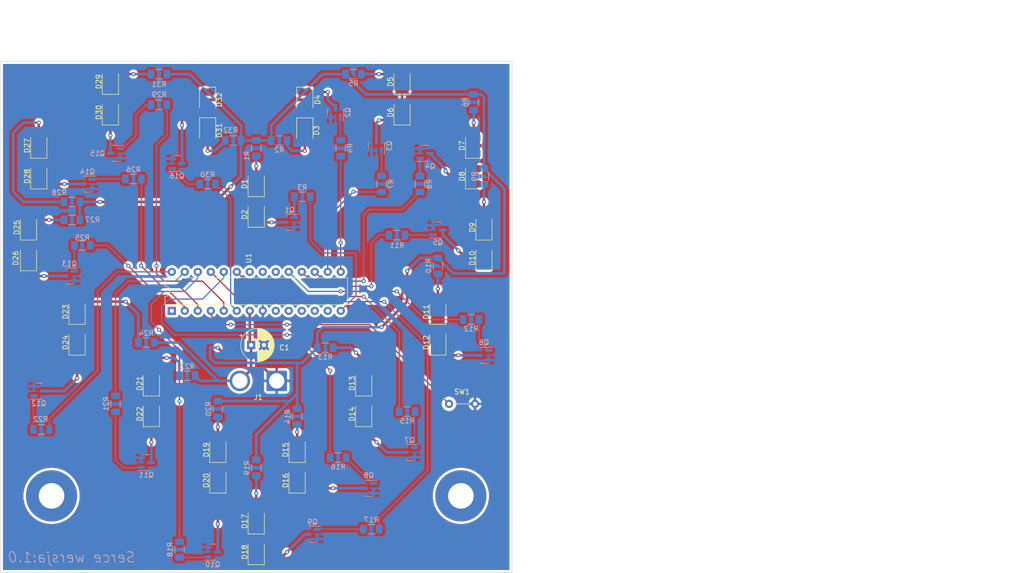
<source format=kicad_pcb>
(kicad_pcb (version 20211014) (generator pcbnew)
  (layers (0 "F.Cu" signal) (31 "B.Cu" signal) (34 "B.Paste" user) (35 "F.Paste" user) (36 "B.SilkS" user "B.Silkscreen") (37 "F.SilkS" user "F.Silkscreen") (38 "B.Mask" user) (39 "F.Mask" user) (44 "Edge.Cuts" user))
  (property "VERSION" "1.0")
  (net 0 "")
  (net 1 "Net-(D1-Pad1)")
  (net 2 "Net-(D1-Pad2)")
  (net 3 "Net-(D2-Pad1)")
  (net 4 "Net-(D3-Pad1)")
  (net 5 "Net-(D3-Pad2)")
  (net 6 "Net-(D4-Pad1)")
  (net 7 "Net-(D5-Pad1)")
  (net 8 "Net-(D5-Pad2)")
  (net 9 "Net-(D6-Pad1)")
  (net 10 "Net-(D7-Pad1)")
  (net 11 "Net-(D7-Pad2)")
  (net 12 "Net-(D8-Pad1)")
  (net 13 "Net-(D10-Pad2)")
  (net 14 "Net-(D9-Pad2)")
  (net 15 "Net-(D10-Pad1)")
  (net 16 "Net-(D11-Pad1)")
  (net 17 "Net-(D11-Pad2)")
  (net 18 "Net-(D12-Pad1)")
  (net 19 "Net-(D13-Pad1)")
  (net 20 "Net-(D13-Pad2)")
  (net 21 "Net-(D14-Pad1)")
  (net 22 "Net-(D15-Pad1)")
  (net 23 "Net-(D15-Pad2)")
  (net 24 "Net-(D16-Pad1)")
  (net 25 "Net-(D17-Pad1)")
  (net 26 "Net-(D17-Pad2)")
  (net 27 "Net-(D18-Pad1)")
  (net 28 "Net-(D19-Pad1)")
  (net 29 "Net-(D19-Pad2)")
  (net 30 "Net-(D20-Pad1)")
  (net 31 "Net-(D21-Pad1)")
  (net 32 "Net-(D21-Pad2)")
  (net 33 "Net-(D22-Pad1)")
  (net 34 "Net-(D23-Pad1)")
  (net 35 "Net-(D23-Pad2)")
  (net 36 "Net-(D24-Pad1)")
  (net 37 "Net-(D25-Pad1)")
  (net 38 "Net-(D25-Pad2)")
  (net 39 "Net-(D26-Pad1)")
  (net 40 "Net-(D27-Pad1)")
  (net 41 "Net-(D27-Pad2)")
  (net 42 "Net-(D28-Pad1)")
  (net 43 "Net-(D29-Pad1)")
  (net 44 "Net-(D29-Pad2)")
  (net 45 "Net-(D30-Pad1)")
  (net 46 "Net-(D31-Pad1)")
  (net 47 "Net-(D31-Pad2)")
  (net 48 "Net-(D32-Pad1)")
  (net 49 "+5V")
  (net 50 "GND")
  (net 51 "Net-(Q1-Pad1)")
  (net 52 "Net-(Q2-Pad1)")
  (net 53 "Net-(Q3-Pad1)")
  (net 54 "Net-(Q4-Pad1)")
  (net 55 "Net-(Q5-Pad1)")
  (net 56 "Net-(Q6-Pad1)")
  (net 57 "Net-(Q7-Pad1)")
  (net 58 "Net-(Q8-Pad1)")
  (net 59 "Net-(Q9-Pad1)")
  (net 60 "Net-(Q10-Pad1)")
  (net 61 "Net-(Q11-Pad1)")
  (net 62 "Net-(Q12-Pad1)")
  (net 63 "Net-(Q13-Pad1)")
  (net 64 "Net-(Q14-Pad1)")
  (net 65 "Net-(Q15-Pad1)")
  (net 66 "Net-(Q16-Pad1)")
  (net 67 "Net-(R3-Pad1)")
  (net 68 "Net-(R4-Pad1)")
  (net 69 "Net-(R7-Pad1)")
  (net 70 "Net-(R8-Pad1)")
  (net 71 "Net-(R11-Pad1)")
  (net 72 "Net-(R12-Pad1)")
  (net 73 "Net-(R15-Pad1)")
  (net 74 "Net-(R16-Pad1)")
  (net 75 "Net-(R17-Pad1)")
  (net 76 "Net-(R18-Pad1)")
  (net 77 "Net-(R21-Pad1)")
  (net 78 "Net-(R22-Pad1)")
  (net 79 "Net-(R25-Pad1)")
  (net 80 "Net-(R26-Pad1)")
  (net 81 "Net-(R29-Pad1)")
  (net 82 "Net-(R30-Pad1)")
  (net 83 "Net-(SW1-Pad1)")
  (footprint "Resistor_THT:R_Axial_DIN0207_L6.3mm_D2.5mm_P5.08mm_Vertical" (layer "F.Cu") (at 187.685 117)
    (fp_text reference "SW1")
    (fp_text value "SW_Push")
  )
  (footprint "LED_SMD:LED_1210_3225Metric_Pad1.42x2.65mm_HandSolder" (layer "F.Cu") (at 194.5 88.5 90)
    (fp_text reference "D10")
    (fp_text value "LED")
  )
  (footprint "LED_SMD:LED_1210_3225Metric_Pad1.42x2.65mm_HandSolder" (layer "F.Cu") (at 158 126 90)
    (fp_text reference "D15")
    (fp_text value "LED")
  )
  (footprint "LED_SMD:LED_1210_3225Metric_Pad1.42x2.65mm_HandSolder" (layer "F.Cu") (at 150 74 90)
    (fp_text reference "D1")
    (fp_text value "LED")
  )
  (footprint "Package_DIP:DIP-28_W7.62mm" (layer "F.Cu") (at 133.5 98.8 90)
    (fp_text reference "U1")
    (fp_text value "ATmega8A-P")
  )
  (footprint "LED_SMD:LED_1210_3225Metric_Pad1.42x2.65mm_HandSolder" (layer "F.Cu") (at 129.5 113 90)
    (fp_text reference "D21")
    (fp_text value "LED")
  )
  (footprint "LED_SMD:LED_1210_3225Metric_Pad1.42x2.65mm_HandSolder" (layer "F.Cu") (at 194.5 82.5 90)
    (fp_text reference "D9")
    (fp_text value "LED")
  )
  (footprint "LED_SMD:LED_1210_3225Metric_Pad1.42x2.65mm_HandSolder" (layer "F.Cu") (at 140.5 63.5 -90)
    (fp_text reference "D31")
    (fp_text value "LED")
  )
  (footprint "LED_SMD:LED_1210_3225Metric_Pad1.42x2.65mm_HandSolder" (layer "F.Cu") (at 107.5 66.5 90)
    (fp_text reference "D27")
    (fp_text value "LED")
  )
  (footprint "Connector_Wire:SolderWire-2.5sqmm_1x02_P7.2mm_D2.4mm_OD3.6mm" (layer "F.Cu") (at 154 112.5 180)
    (fp_text reference "J1")
    (fp_text value "Conn_01x02_Female")
  )
  (footprint "LED_SMD:LED_1210_3225Metric_Pad1.42x2.65mm_HandSolder" (layer "F.Cu") (at 142.5 126 90)
    (fp_text reference "D19")
    (fp_text value "LED")
  )
  (footprint "LED_SMD:LED_1210_3225Metric_Pad1.42x2.65mm_HandSolder" (layer "F.Cu") (at 159.5 63.5125 -90)
    (fp_text reference "D3")
    (fp_text value "LED")
  )
  (footprint "MountingHole:MountingHole_5mm_Pad" (layer "F.Cu") (at 190 135)
    (fp_text reference "REF**" hide)
    (fp_text value "MountingHole_5mm_Pad")
  )
  (footprint "LED_SMD:LED_1210_3225Metric_Pad1.42x2.65mm_HandSolder" (layer "F.Cu") (at 150 79.9875 90)
    (fp_text reference "D2")
    (fp_text value "LED")
  )
  (footprint "LED_SMD:LED_1210_3225Metric_Pad1.42x2.65mm_HandSolder" (layer "F.Cu") (at 115 99 90)
    (fp_text reference "D23")
    (fp_text value "LED")
  )
  (footprint "LED_SMD:LED_1210_3225Metric_Pad1.42x2.65mm_HandSolder" (layer "F.Cu") (at 142.5 132 90)
    (fp_text reference "D20")
    (fp_text value "LED")
  )
  (footprint "LED_SMD:LED_1210_3225Metric_Pad1.42x2.65mm_HandSolder" (layer "F.Cu") (at 185.5 99 90)
    (fp_text reference "D11")
    (fp_text value "LED")
  )
  (footprint "LED_SMD:LED_1210_3225Metric_Pad1.42x2.65mm_HandSolder" (layer "F.Cu") (at 105.5 88.5 90)
    (fp_text reference "D26")
    (fp_text value "LED")
  )
  (footprint "LED_SMD:LED_1210_3225Metric_Pad1.42x2.65mm_HandSolder" (layer "F.Cu") (at 107.5 72.5 90)
    (fp_text reference "D28")
    (fp_text value "LED")
  )
  (footprint "LED_SMD:LED_1210_3225Metric_Pad1.42x2.65mm_HandSolder" (layer "F.Cu") (at 105.5 82.5 90)
    (fp_text reference "D25")
    (fp_text value "LED")
  )
  (footprint "LED_SMD:LED_1210_3225Metric_Pad1.42x2.65mm_HandSolder" (layer "F.Cu") (at 140.5 57.5 -90)
    (fp_text reference "D32")
    (fp_text value "LED")
  )
  (footprint "LED_SMD:LED_1210_3225Metric_Pad1.42x2.65mm_HandSolder" (layer "F.Cu") (at 150 140 90)
    (fp_text reference "D17")
    (fp_text value "LED")
  )
  (footprint "LED_SMD:LED_1210_3225Metric_Pad1.42x2.65mm_HandSolder" (layer "F.Cu") (at 115 105 90)
    (fp_text reference "D24")
    (fp_text value "LED")
  )
  (footprint "LED_SMD:LED_1210_3225Metric_Pad1.42x2.65mm_HandSolder" (layer "F.Cu") (at 121.5 54 90)
    (fp_text reference "D29")
    (fp_text value "LED")
  )
  (footprint "LED_SMD:LED_1210_3225Metric_Pad1.42x2.65mm_HandSolder" (layer "F.Cu") (at 178.5 60 90)
    (fp_text reference "D6")
    (fp_text value "LED")
  )
  (footprint "LED_SMD:LED_1210_3225Metric_Pad1.42x2.65mm_HandSolder" (layer "F.Cu") (at 192.5 66.5 90)
    (fp_text reference "D7")
    (fp_text value "LED")
  )
  (footprint "LED_SMD:LED_1210_3225Metric_Pad1.42x2.65mm_HandSolder" (layer "F.Cu") (at 121.5 60 90)
    (fp_text reference "D30")
    (fp_text value "LED")
  )
  (footprint "LED_SMD:LED_1210_3225Metric_Pad1.42x2.65mm_HandSolder" (layer "F.Cu") (at 150 146 90)
    (fp_text reference "D18")
    (fp_text value "LED")
  )
  (footprint "MountingHole:MountingHole_5mm_Pad" (layer "F.Cu") (at 110 135)
    (fp_text reference "REF**" hide)
    (fp_text value "MountingHole_5mm_Pad")
  )
  (footprint "LED_SMD:LED_1210_3225Metric_Pad1.42x2.65mm_HandSolder" (layer "F.Cu") (at 129.5 119 90)
    (fp_text reference "D22")
    (fp_text value "LED")
  )
  (footprint "LED_SMD:LED_1210_3225Metric_Pad1.42x2.65mm_HandSolder" (layer "F.Cu") (at 171 119 90)
    (fp_text reference "D14")
    (fp_text value "LED")
  )
  (footprint "LED_SMD:LED_1210_3225Metric_Pad1.42x2.65mm_HandSolder" (layer "F.Cu") (at 192.5 72.5 90)
    (fp_text reference "D8")
    (fp_text value "LED")
  )
  (footprint "LED_SMD:LED_1210_3225Metric_Pad1.42x2.65mm_HandSolder" (layer "F.Cu") (at 185.5 105 90)
    (fp_text reference "D12")
    (fp_text value "LED")
  )
  (footprint "Capacitor_THT:CP_Radial_D6.3mm_P2.50mm" (layer "F.Cu") (at 149 105.5)
    (fp_text reference "C1")
    (fp_text value "220uF")
  )
  (footprint "LED_SMD:LED_1210_3225Metric_Pad1.42x2.65mm_HandSolder" (layer "F.Cu") (at 178.5 54 90)
    (fp_text reference "D5")
    (fp_text value "LED")
  )
  (footprint "LED_SMD:LED_1210_3225Metric_Pad1.42x2.65mm_HandSolder" (layer "F.Cu") (at 171 113 90)
    (fp_text reference "D13")
    (fp_text value "LED")
  )
  (footprint "LED_SMD:LED_1210_3225Metric_Pad1.42x2.65mm_HandSolder" (layer "F.Cu") (at 159.5 57.5 -90)
    (fp_text reference "D4")
    (fp_text value "LED")
  )
  (footprint "LED_SMD:LED_1210_3225Metric_Pad1.42x2.65mm_HandSolder" (layer "F.Cu") (at 158 132 90)
    (fp_text reference "D16")
    (fp_text value "LED")
  )
  (footprint "Resistor_SMD:R_1206_3216Metric_Pad1.30x1.75mm_HandSolder" (layer "B.Cu") (at 150 129.5 -90)
    (fp_text reference "R19")
    (fp_text value "47R")
  )
  (footprint "Resistor_SMD:R_1206_3216Metric_Pad1.30x1.75mm_HandSolder" (layer "B.Cu") (at 142.5 118 -90)
    (fp_text reference "R20")
    (fp_text value "47R")
  )
  (footprint "Resistor_SMD:R_1206_3216Metric_Pad1.30x1.75mm_HandSolder" (layer "B.Cu") (at 169 52.5)
    (fp_text reference "R5")
    (fp_text value "47R")
  )
  (footprint "Resistor_SMD:R_1206_3216Metric_Pad1.30x1.75mm_HandSolder" (layer "B.Cu") (at 192 100.5)
    (fp_text reference "R12")
    (fp_text value "100KR")
  )
  (footprint "Resistor_SMD:R_1206_3216Metric_Pad1.30x1.75mm_HandSolder" (layer "B.Cu") (at 136.5 111.5 180)
    (fp_text reference "R23")
    (fp_text value "47R")
  )
  (footprint "Package_TO_SOT_SMD:SOT-23" (layer "B.Cu") (at 172 133.5 180)
    (fp_text reference "Q8")
    (fp_text value "BC847")
  )
  (footprint "Package_TO_SOT_SMD:SOT-23" (layer "B.Cu") (at 113.5 92 180)
    (fp_text reference "Q13")
    (fp_text value "BC847")
  )
  (footprint "Resistor_SMD:R_1206_3216Metric_Pad1.30x1.75mm_HandSolder" (layer "B.Cu") (at 172.5 141.5 180)
    (fp_text reference "R17")
    (fp_text value "100KR")
  )
  (footprint "Resistor_SMD:R_1206_3216Metric_Pad1.30x1.75mm_HandSolder" (layer "B.Cu") (at 192.5 58 -90)
    (fp_text reference "R6")
    (fp_text value "47R")
  )
  (footprint "Resistor_SMD:R_1206_3216Metric_Pad1.30x1.75mm_HandSolder" (layer "B.Cu") (at 122.5 117 -90)
    (fp_text reference "R21")
    (fp_text value "100KR")
  )
  (footprint "Package_TO_SOT_SMD:SOT-23" (layer "B.Cu") (at 107.5 114.5)
    (fp_text reference "Q12")
    (fp_text value "BC847")
  )
  (footprint "Resistor_SMD:R_1206_3216Metric_Pad1.30x1.75mm_HandSolder" (layer "B.Cu") (at 166 127.5)
    (fp_text reference "R16")
    (fp_text value "100KR")
  )
  (footprint "Package_TO_SOT_SMD:SOT-23" (layer "B.Cu") (at 156.5 81.5 180)
    (fp_text reference "Q1")
    (fp_text value "BC847")
  )
  (footprint "Resistor_SMD:R_1206_3216Metric_Pad1.30x1.75mm_HandSolder" (layer "B.Cu") (at 158 119.5 -90)
    (fp_text reference "R14")
    (fp_text value "47R")
  )
  (footprint "Resistor_SMD:R_1206_3216Metric_Pad1.30x1.75mm_HandSolder" (layer "B.Cu") (at 131 52.5 180)
    (fp_text reference "R31")
    (fp_text value "47R")
  )
  (footprint "Resistor_SMD:R_1206_3216Metric_Pad1.30x1.75mm_HandSolder" (layer "B.Cu") (at 131 58.5 180)
    (fp_text reference "R29")
    (fp_text value "100KR")
  )
  (footprint "Package_TO_SOT_SMD:SOT-23" (layer "B.Cu") (at 122.5 68 180)
    (fp_text reference "Q15")
    (fp_text value "BC847")
  )
  (footprint "Resistor_SMD:R_1206_3216Metric_Pad1.30x1.75mm_HandSolder" (layer "B.Cu") (at 114 81 180)
    (fp_text reference "R27")
    (fp_text value "47R")
  )
  (footprint "Resistor_SMD:R_1206_3216Metric_Pad1.30x1.75mm_HandSolder" (layer "B.Cu") (at 108 122 180)
    (fp_text reference "R22")
    (fp_text value "100KR")
  )
  (footprint "Package_TO_SOT_SMD:SOT-23" (layer "B.Cu") (at 180 126.5 180)
    (fp_text reference "Q7")
    (fp_text value "BC847")
  )
  (footprint "Resistor_SMD:R_1206_3216Metric_Pad1.30x1.75mm_HandSolder" (layer "B.Cu") (at 159 76.5 180)
    (fp_text reference "R3")
    (fp_text value "100KR")
  )
  (footprint "Package_TO_SOT_SMD:SOT-23" (layer "B.Cu") (at 194.5 107.5 180)
    (fp_text reference "Q6")
    (fp_text value "BC847")
  )
  (footprint "Resistor_SMD:R_1206_3216Metric_Pad1.30x1.75mm_HandSolder" (layer "B.Cu") (at 135 145.5 -90)
    (fp_text reference "R18")
    (fp_text value "100KR")
  )
  (footprint "Resistor_SMD:R_1206_3216Metric_Pad1.30x1.75mm_HandSolder" (layer "B.Cu") (at 177.5 84)
    (fp_text reference "R11")
    (fp_text value "100KR")
  )
  (footprint "Package_TO_SOT_SMD:SOT-23" (layer "B.Cu") (at 141.5 146)
    (fp_text reference "Q10")
    (fp_text value "BC847")
  )
  (footprint "Resistor_SMD:R_1206_3216Metric_Pad1.30x1.75mm_HandSolder" (layer "B.Cu") (at 126 73 180)
    (fp_text reference "R26")
    (fp_text value "100KR")
  )
  (footprint "Package_TO_SOT_SMD:SOT-23" (layer "B.Cu") (at 165.5 60 90)
    (fp_text reference "Q2")
    (fp_text value "BC847")
  )
  (footprint "Resistor_SMD:R_1206_3216Metric_Pad1.30x1.75mm_HandSolder" (layer "B.Cu") (at 179.5 118.5)
    (fp_text reference "R15")
    (fp_text value "100KR")
  )
  (footprint "Package_TO_SOT_SMD:SOT-23" (layer "B.Cu") (at 185.5 83)
    (fp_text reference "Q5")
    (fp_text value "BC847")
  )
  (footprint "Resistor_SMD:R_1206_3216Metric_Pad1.30x1.75mm_HandSolder" (layer "B.Cu") (at 182 74 90)
    (fp_text reference "R8")
    (fp_text value "100KR")
  )
  (footprint "Resistor_SMD:R_1206_3216Metric_Pad1.30x1.75mm_HandSolder" (layer "B.Cu") (at 154.5 65.5)
    (fp_text reference "R2")
    (fp_text value "47R")
  )
  (footprint "Resistor_SMD:R_1206_3216Metric_Pad1.30x1.75mm_HandSolder" (layer "B.Cu") (at 194.5 72.5 -90)
    (fp_text reference "R9")
    (fp_text value "47R")
  )
  (footprint "Resistor_SMD:R_1206_3216Metric_Pad1.30x1.75mm_HandSolder" (layer "B.Cu") (at 128.5 105 180)
    (fp_text reference "R24")
    (fp_text value "47R")
  )
  (footprint "Resistor_SMD:R_1206_3216Metric_Pad1.30x1.75mm_HandSolder" (layer "B.Cu") (at 174.5 74 90)
    (fp_text reference "R7")
    (fp_text value "100KR")
  )
  (footprint "Resistor_SMD:R_1206_3216Metric_Pad1.30x1.75mm_HandSolder" (layer "B.Cu") (at 150 67 -90)
    (fp_text reference "R1")
    (fp_text value "47R")
  )
  (footprint "Resistor_SMD:R_1206_3216Metric_Pad1.30x1.75mm_HandSolder" (layer "B.Cu") (at 185.5 90 -90)
    (fp_text reference "R10")
    (fp_text value "47R")
  )
  (footprint "Resistor_SMD:R_1206_3216Metric_Pad1.30x1.75mm_HandSolder" (layer "B.Cu") (at 166.5 67 90)
    (fp_text reference "R4")
    (fp_text value "100KR")
  )
  (footprint "Package_TO_SOT_SMD:SOT-23" (layer "B.Cu") (at 117 74 180)
    (fp_text reference "Q14")
    (fp_text value "BC847")
  )
  (footprint "Package_TO_SOT_SMD:SOT-23" (layer "B.Cu") (at 173.5 66.5 90)
    (fp_text reference "Q3")
    (fp_text value "BC847")
  )
  (footprint "Resistor_SMD:R_1206_3216Metric_Pad1.30x1.75mm_HandSolder" (layer "B.Cu") (at 163.5 106)
    (fp_text reference "R13")
    (fp_text value "47R")
  )
  (footprint "Package_TO_SOT_SMD:SOT-23" (layer "B.Cu") (at 161 142.5 180)
    (fp_text reference "Q9")
    (fp_text value "BC847")
  )
  (footprint "Package_TO_SOT_SMD:SOT-23" (layer "B.Cu") (at 134.5 70)
    (fp_text reference "Q16")
    (fp_text value "BC847")
  )
  (footprint "Package_TO_SOT_SMD:SOT-23" (layer "B.Cu") (at 128.5 128.5)
    (fp_text reference "Q11")
    (fp_text value "BC847")
  )
  (footprint "Package_TO_SOT_SMD:SOT-23" (layer "B.Cu") (at 183 68)
    (fp_text reference "Q4")
    (fp_text value "BC847")
  )
  (footprint "Resistor_SMD:R_1206_3216Metric_Pad1.30x1.75mm_HandSolder" (layer "B.Cu") (at 140.5 74 180)
    (fp_text reference "R30")
    (fp_text value "100KR")
  )
  (footprint "Resistor_SMD:R_1206_3216Metric_Pad1.30x1.75mm_HandSolder" (layer "B.Cu") (at 116 86 180)
    (fp_text reference "R25")
    (fp_text value "100KR")
  )
  (footprint "Resistor_SMD:R_1206_3216Metric_Pad1.30x1.75mm_HandSolder" (layer "B.Cu") (at 145.5 65.5 180)
    (fp_text reference "R32")
    (fp_text value "47R")
  )
  (footprint "Resistor_SMD:R_1206_3216Metric_Pad1.30x1.75mm_HandSolder" (layer "B.Cu") (at 114 77.5 180)
    (fp_text reference "R28")
    (fp_text value "47R")
  )
  (gr_rect (start 100 50) (end 200 150) (layer "Edge.Cuts") (width 0.1) (fill none))
  (gr_text "Serce wersja:${VERSION}" (at 114 147) (layer "B.SilkS") (effects (font (size 2 2) (thickness 0.15) italic) (justify mirror)))
  (segment (start 150 75.4875) (end 150 78.5) (width 0.5) (layer "F.Cu") (net 1))
  (segment (start 150 70.5) (end 150 72.5125) (width 0.5) (layer "F.Cu") (net 2))
  (via (at 150 70.5) (size 0.8) (drill 0.4) (layers "F.Cu" "B.Cu") (net 2))
  (segment (start 150 68.55) (end 150 70.5) (width 0.5) (layer "B.Cu") (net 2))
  (segment (start 150.025 81.5) (end 150 81.475) (width 0.5) (layer "F.Cu") (net 3))
  (segment (start 153 81.5) (end 150.025 81.5) (width 0.5) (layer "F.Cu") (net 3))
  (via (at 153 81.5) (size 0.8) (drill 0.4) (layers "F.Cu" "B.Cu") (net 3))
  (segment (start 155.5625 81.5) (end 153 81.5) (width 0.5) (layer "B.Cu") (net 3))
  (segment (start 159.5 58.9875) (end 159.5 62.025) (width 0.5) (layer "F.Cu") (net 4))
  (segment (start 159.5 65) (end 159.5 67.5) (width 0.5) (layer "F.Cu") (net 5))
  (via (at 159.5 67.5) (size 0.8) (drill 0.4) (layers "F.Cu" "B.Cu") (net 5))
  (segment (start 156.05 66.55) (end 157 67.5) (width 0.5) (layer "B.Cu") (net 5))
  (segment (start 157 67.5) (end 159.5 67.5) (width 0.5) (layer "B.Cu") (net 5))
  (segment (start 156.05 65.5) (end 156.05 66.55) (width 0.5) (layer "B.Cu") (net 5))
  (segment (start 164 56) (end 159.5125 56) (width 0.5) (layer "F.Cu") (net 6))
  (segment (start 159.5125 56) (end 159.5 56.0125) (width 0.5) (layer "F.Cu") (net 6))
  (via (at 164 56) (size 0.8) (drill 0.4) (layers "F.Cu" "B.Cu") (net 6))
  (segment (start 165.5 59.0625) (end 164 57.5625) (width 0.5) (layer "B.Cu") (net 6))
  (segment (start 164 57.5625) (end 164 56) (width 0.5) (layer "B.Cu") (net 6))
  (segment (start 178.5 58.5125) (end 178.5 55.4875) (width 0.5) (layer "F.Cu") (net 7))
  (segment (start 178.4875 52.5) (end 178.5 52.5125) (width 0.5) (layer "F.Cu") (net 8))
  (segment (start 174 52.5) (end 178.4875 52.5) (width 0.5) (layer "F.Cu") (net 8))
  (via (at 174 52.5) (size 0.8) (drill 0.4) (layers "F.Cu" "B.Cu") (net 8))
  (segment (start 170.55 52.5) (end 174 52.5) (width 0.5) (layer "B.Cu") (net 8))
  (segment (start 178.4875 61.5) (end 178.5 61.4875) (width 0.5) (layer "F.Cu") (net 9))
  (segment (start 174 61.5) (end 178.4875 61.5) (width 0.5) (layer "F.Cu") (net 9))
  (via (at 174 61.5) (size 0.8) (drill 0.4) (layers "F.Cu" "B.Cu") (net 9))
  (segment (start 173.5 62) (end 174 61.5) (width 0.5) (layer "B.Cu") (net 9))
  (segment (start 173.5 65.5625) (end 173.5 62) (width 0.5) (layer "B.Cu") (net 9))
  (segment (start 192.5 71.0125) (end 192.5 67.9875) (width 0.5) (layer "F.Cu") (net 10))
  (segment (start 192.5 62) (end 192.5 65.0125) (width 0.5) (layer "F.Cu") (net 11))
  (via (at 192.5 62) (size 0.8) (drill 0.4) (layers "F.Cu" "B.Cu") (net 11))
  (segment (start 192.5 59.55) (end 192.5 62) (width 0.5) (layer "B.Cu") (net 11))
  (segment (start 187 71.5) (end 189.4875 73.9875) (width 0.5) (layer "F.Cu") (net 12))
  (segment (start 189.4875 73.9875) (end 192.5 73.9875) (width 0.5) (layer "F.Cu") (net 12))
  (via (at 187 71.5) (size 0.8) (drill 0.4) (layers "F.Cu" "B.Cu") (net 12))
  (segment (start 187 71.0625) (end 187 71.5) (width 0.5) (layer "B.Cu") (net 12))
  (segment (start 183.9375 68) (end 187 71.0625) (width 0.5) (layer "B.Cu") (net 12))
  (segment (start 194.5 87.0125) (end 194.5 83.9875) (width 0.5) (layer "F.Cu") (net 13))
  (segment (start 194.5 77.5) (end 194.5 81.0125) (width 0.5) (layer "F.Cu") (net 14))
  (via (at 194.5 77.5) (size 0.8) (drill 0.4) (layers "F.Cu" "B.Cu") (net 14))
  (segment (start 194.5 74.05) (end 194.5 77.5) (width 0.5) (layer "B.Cu") (net 14))
  (segment (start 189.5 87) (end 192.4875 89.9875) (width 0.5) (layer "F.Cu") (net 15))
  (segment (start 192.4875 89.9875) (end 194.5 89.9875) (width 0.5) (layer "F.Cu") (net 15))
  (via (at 189.5 87) (size 0.8) (drill 0.4) (layers "F.Cu" "B.Cu") (net 15))
  (segment (start 186.4375 83) (end 186.4375 83.9375) (width 0.5) (layer "B.Cu") (net 15))
  (segment (start 186.4375 83.9375) (end 189.5 87) (width 0.5) (layer "B.Cu") (net 15))
  (segment (start 185.5 100.4875) (end 185.5 103.5125) (width 0.5) (layer "F.Cu") (net 16))
  (segment (start 185.5 94.5) (end 185.5 97.5125) (width 0.5) (layer "F.Cu") (net 17))
  (via (at 185.5 94.5) (size 0.8) (drill 0.4) (layers "F.Cu" "B.Cu") (net 17))
  (segment (start 185.5 91.55) (end 185.5 94.5) (width 0.5) (layer "B.Cu") (net 17))
  (segment (start 189.5 107.5) (end 186.5125 107.5) (width 0.5) (layer "F.Cu") (net 18))
  (segment (start 186.5125 107.5) (end 185.5 106.4875) (width 0.5) (layer "F.Cu") (net 18))
  (via (at 189.5 107.5) (size 0.8) (drill 0.4) (layers "F.Cu" "B.Cu") (net 18))
  (segment (start 193.5625 107.5) (end 189.5 107.5) (width 0.5) (layer "B.Cu") (net 18))
  (segment (start 171 117.5125) (end 171 114.4875) (width 0.5) (layer "F.Cu") (net 19))
  (segment (start 169.5 107) (end 171 108.5) (width 0.5) (layer "F.Cu") (net 20))
  (segment (start 171 108.5) (end 171 111.5125) (width 0.5) (layer "F.Cu") (net 20))
  (via (at 169.5 107) (size 0.8) (drill 0.4) (layers "F.Cu" "B.Cu") (net 20))
  (segment (start 168.5 106) (end 169.5 107) (width 0.5) (layer "B.Cu") (net 20))
  (segment (start 165.05 106) (end 168.5 106) (width 0.5) (layer "B.Cu") (net 20))
  (segment (start 171 122) (end 171 120.4875) (width 0.5) (layer "F.Cu") (net 21))
  (segment (start 173.5 124.5) (end 171 122) (width 0.5) (layer "F.Cu") (net 21))
  (via (at 173.5 124.5) (size 0.8) (drill 0.4) (layers "F.Cu" "B.Cu") (net 21))
  (segment (start 175.5 126.5) (end 173.5 124.5) (width 0.5) (layer "B.Cu") (net 21))
  (segment (start 179.0625 126.5) (end 175.5 126.5) (width 0.5) (layer "B.Cu") (net 21))
  (segment (start 158 130.5125) (end 158 127.4875) (width 0.5) (layer "F.Cu") (net 22))
  (segment (start 158 122.5) (end 158 124.5125) (width 0.5) (layer "F.Cu") (net 23))
  (via (at 158 122.5) (size 0.8) (drill 0.4) (layers "F.Cu" "B.Cu") (net 23))
  (segment (start 158 120.55) (end 158 122.5) (width 0.5) (layer "B.Cu") (net 23))
  (segment (start 165 133.5) (end 158.0125 133.5) (width 0.5) (layer "F.Cu") (net 24))
  (segment (start 158.0125 133.5) (end 158 133.4875) (width 0.5) (layer "F.Cu") (net 24))
  (via (at 165 133.5) (size 0.8) (drill 0.4) (layers "F.Cu" "B.Cu") (net 24))
  (segment (start 171.0625 133.5) (end 165 133.5) (width 0.5) (layer "B.Cu") (net 24))
  (segment (start 150 144.5125) (end 150 141.4875) (width 0.5) (layer "F.Cu") (net 25))
  (segment (start 150 134.5) (end 150 138.5125) (width 0.5) (layer "F.Cu") (net 26))
  (via (at 150 134.5) (size 0.8) (drill 0.4) (layers "F.Cu" "B.Cu") (net 26))
  (segment (start 150 131.05) (end 150 134.5) (width 0.5) (layer "B.Cu") (net 26))
  (segment (start 156 146) (end 154.5125 147.4875) (width 0.5) (layer "F.Cu") (net 27))
  (segment (start 154.5125 147.4875) (end 150 147.4875) (width 0.5) (layer "F.Cu") (net 27))
  (via (at 156 146) (size 0.8) (drill 0.4) (layers "F.Cu" "B.Cu") (net 27))
  (segment (start 160.0625 142.5) (end 159.5 142.5) (width 0.5) (layer "B.Cu") (net 27))
  (segment (start 159.5 142.5) (end 156 146) (width 0.5) (layer "B.Cu") (net 27))
  (segment (start 142.5 130.5125) (end 142.5 127.4875) (width 0.5) (layer "F.Cu") (net 28))
  (segment (start 142.5 121.5) (end 142.5 124.5125) (width 0.5) (layer "F.Cu") (net 29))
  (via (at 142.5 121.5) (size 0.8) (drill 0.4) (layers "F.Cu" "B.Cu") (net 29))
  (segment (start 142.5 119.55) (end 142.5 121.5) (width 0.5) (layer "B.Cu") (net 29))
  (segment (start 142.5 133.4875) (end 142.5 140.5) (width 0.5) (layer "F.Cu") (net 30))
  (via (at 142.5 140.5) (size 0.8) (drill 0.4) (layers "F.Cu" "B.Cu") (net 30))
  (segment (start 142.5 140.5) (end 142.5 145.9375) (width 0.5) (layer "B.Cu") (net 30))
  (segment (start 142.5 145.9375) (end 142.4375 146) (width 0.5) (layer "B.Cu") (net 30))
  (segment (start 129.5 117.5125) (end 129.5 114.4875) (width 0.5) (layer "F.Cu") (net 31))
  (segment (start 129.5 109) (end 129.5 111.5125) (width 0.5) (layer "F.Cu") (net 32))
  (segment (start 132.5 108) (end 130.5 108) (width 0.5) (layer "F.Cu") (net 32))
  (segment (start 130.5 108) (end 129.5 109) (width 0.5) (layer "F.Cu") (net 32))
  (via (at 132.5 108) (size 0.8) (drill 0.4) (layers "F.Cu" "B.Cu") (net 32))
  (segment (start 134 108) (end 132.5 108) (width 0.5) (layer "B.Cu") (net 32))
  (segment (start 134.95 111.5) (end 134.95 108.95) (width 0.5) (layer "B.Cu") (net 32))
  (segment (start 134.95 108.95) (end 134 108) (width 0.5) (layer "B.Cu") (net 32))
  (segment (start 129.5 120.4875) (end 129.5 124.5) (width 0.5) (layer "F.Cu") (net 33))
  (via (at 129.5 124.5) (size 0.8) (drill 0.4) (layers "F.Cu" "B.Cu") (net 33))
  (segment (start 129.5 124.5) (end 129.5 128.4375) (width 0.5) (layer "B.Cu") (net 33))
  (segment (start 129.5 128.4375) (end 129.4375 128.5) (width 0.5) (layer "B.Cu") (net 33))
  (segment (start 115 103.5125) (end 115 100.4875) (width 0.5) (layer "F.Cu") (net 34))
  (segment (start 124.5 97) (end 115.5125 97) (width 0.5) (layer "F.Cu") (net 35))
  (segment (start 115.5125 97) (end 115 97.5125) (width 0.5) (layer "F.Cu") (net 35))
  (via (at 124.5 97) (size 0.8) (drill 0.4) (layers "F.Cu" "B.Cu") (net 35))
  (segment (start 126.95 105) (end 126.95 99.45) (width 0.5) (layer "B.Cu") (net 35))
  (segment (start 126.95 99.45) (end 124.5 97) (width 0.5) (layer "B.Cu") (net 35))
  (segment (start 115 112) (end 115 106.4875) (width 0.5) (layer "F.Cu") (net 36))
  (via (at 115 112) (size 0.8) (drill 0.4) (layers "F.Cu" "B.Cu") (net 36))
  (segment (start 112.5 114.5) (end 115 112) (width 0.5) (layer "B.Cu") (net 36))
  (segment (start 108.4375 114.5) (end 112.5 114.5) (width 0.5) (layer "B.Cu") (net 36))
  (segment (start 105.5 87.0125) (end 105.5 83.9875) (width 0.5) (layer "F.Cu") (net 37))
  (segment (start 105.5125 81) (end 105.5 81.0125) (width 0.5) (layer "F.Cu") (net 38))
  (segment (start 109.5 81) (end 105.5125 81) (width 0.5) (layer "F.Cu") (net 38))
  (via (at 109.5 81) (size 0.8) (drill 0.4) (layers "F.Cu" "B.Cu") (net 38))
  (segment (start 112.45 81) (end 109.5 81) (width 0.5) (layer "B.Cu") (net 38))
  (segment (start 108.5 92) (end 107.5125 92) (width 0.5) (layer "F.Cu") (net 39))
  (segment (start 107.5125 92) (end 105.5 89.9875) (width 0.5) (layer "F.Cu") (net 39))
  (via (at 108.5 92) (size 0.8) (drill 0.4) (layers "F.Cu" "B.Cu") (net 39))
  (segment (start 112.5625 92) (end 108.5 92) (width 0.5) (layer "B.Cu") (net 39))
  (segment (start 107.5 71.0125) (end 107.5 67.9875) (width 0.5) (layer "F.Cu") (net 40))
  (segment (start 107.5 62) (end 107.5 65.0125) (width 0.5) (layer "F.Cu") (net 41))
  (via (at 107.5 62) (size 0.8) (drill 0.4) (layers "F.Cu" "B.Cu") (net 41))
  (segment (start 104.5 62) (end 107.5 62) (width 0.5) (layer "B.Cu") (net 41))
  (segment (start 102.5 64) (end 104.5 62) (width 0.5) (layer "B.Cu") (net 41))
  (segment (start 104.5 77.5) (end 102.5 75.5) (width 0.5) (layer "B.Cu") (net 41))
  (segment (start 112.45 77.5) (end 104.5 77.5) (width 0.5) (layer "B.Cu") (net 41))
  (segment (start 102.5 75.5) (end 102.5 64) (width 0.5) (layer "B.Cu") (net 41))
  (segment (start 107.5125 74) (end 107.5 73.9875) (width 0.5) (layer "F.Cu") (net 42))
  (segment (start 112.5 74) (end 107.5125 74) (width 0.5) (layer "F.Cu") (net 42))
  (via (at 112.5 74) (size 0.8) (drill 0.4) (layers "F.Cu" "B.Cu") (net 42))
  (segment (start 116.0625 74) (end 112.5 74) (width 0.5) (layer "B.Cu") (net 42))
  (segment (start 121.5 58.5125) (end 121.5 55.4875) (width 0.5) (layer "F.Cu") (net 43))
  (segment (start 126 52.5) (end 121.5125 52.5) (width 0.5) (layer "F.Cu") (net 44))
  (segment (start 121.5125 52.5) (end 121.5 52.5125) (width 0.5) (layer "F.Cu") (net 44))
  (via (at 126 52.5) (size 0.8) (drill 0.4) (layers "F.Cu" "B.Cu") (net 44))
  (segment (start 129.45 52.5) (end 126 52.5) (width 0.5) (layer "B.Cu") (net 44))
  (segment (start 121.5 64.5) (end 121.5 61.4875) (width 0.5) (layer "F.Cu") (net 45))
  (via (at 121.5 64.5) (size 0.8) (drill 0.4) (layers "F.Cu" "B.Cu") (net 45))
  (segment (start 121.5 67.9375) (end 121.5 64.5) (width 0.5) (layer "B.Cu") (net 45))
  (segment (start 140.5 58.9875) (end 140.5 62.0125) (width 0.5) (layer "F.Cu") (net 46))
  (segment (start 140.5 67.5) (end 140.5 64.9875) (width 0.5) (layer "F.Cu") (net 47))
  (via (at 140.5 67.5) (size 0.8) (drill 0.4) (layers "F.Cu" "B.Cu") (net 47))
  (segment (start 143.95 65.5) (end 141.95 67.5) (width 0.5) (layer "B.Cu") (net 47))
  (segment (start 141.95 67.5) (end 140.5 67.5) (width 0.5) (layer "B.Cu") (net 47))
  (segment (start 135.5 62) (end 135.5 62.5) (width 0.5) (layer "F.Cu") (net 48))
  (segment (start 140.5 56.0125) (end 137.4875 56.0125) (width 0.5) (layer "F.Cu") (net 48))
  (segment (start 135.5 58) (end 135.5 62) (width 0.5) (layer "F.Cu") (net 48))
  (segment (start 137.4875 56.0125) (end 135.5 58) (width 0.5) (layer "F.Cu") (net 48))
  (via (at 135.5 62.5) (size 0.8) (drill 0.4) (layers "F.Cu" "B.Cu") (net 48))
  (segment (start 135.5 69.9375) (end 135.4375 70) (width 0.5) (layer "B.Cu") (net 48))
  (segment (start 135.5 62.5) (end 135.5 69.9375) (width 0.5) (layer "B.Cu") (net 48))
  (segment (start 149 110.3) (end 146.8 112.5) (width 0.5) (layer "F.Cu") (net 49))
  (segment (start 148.74 105.24) (end 149 105.5) (width 0.5) (layer "F.Cu") (net 49))
  (segment (start 142 77.5) (end 119.5 77.5) (width 0.5) (layer "F.Cu") (net 49))
  (segment (start 142.5 106) (end 144 107.5) (width 0.5) (layer "F.Cu") (net 49))
  (segment (start 145 74.5) (end 142 77.5) (width 0.5) (layer "F.Cu") (net 49))
  (segment (start 149 105.5) (end 149 107.5) (width 0.5) (layer "F.Cu") (net 49))
  (segment (start 179.5 97) (end 179.5 91) (width 0.5) (layer "F.Cu") (net 49))
  (segment (start 174.5 102) (end 179.5 97) (width 0.5) (layer "F.Cu") (net 49))
  (segment (start 144 107.5) (end 149 107.5) (width 0.5) (layer "F.Cu") (net 49))
  (segment (start 149 107.5) (end 149 110.3) (width 0.5) (layer "F.Cu") (net 49))
  (segment (start 148.74 98.8) (end 148.74 105.24) (width 0.5) (layer "F.Cu") (net 49))
  (via (at 145 74.5) (size 0.8) (drill 0.4) (layers "F.Cu" "B.Cu") (net 49))
  (via (at 179.5 91) (size 0.8) (drill 0.4) (layers "F.Cu" "B.Cu") (net 49))
  (via (at 119.5 77.5) (size 0.8) (drill 0.4) (layers "F.Cu" "B.Cu") (net 49))
  (via (at 142.5 106) (size 0.8) (drill 0.4) (layers "F.Cu" "B.Cu") (net 49))
  (via (at 174.5 102) (size 0.8) (drill 0.4) (layers "F.Cu" "B.Cu") (net 49))
  (segment (start 182.05 88.45) (end 185.5 88.45) (width 0.5) (layer "B.Cu") (net 49))
  (segment (start 147.05 65.5) (end 147 65.55) (width 0.5) (layer "B.Cu") (net 49))
  (segment (start 152.95 62.5) (end 152.95 65.5) (width 0.5) (layer "B.Cu") (net 49))
  (segment (start 135 105) (end 142.5 112.5) (width 0.5) (layer "B.Cu") (net 49))
  (segment (start 163 102) (end 174.5 102) (width 0.5) (layer "B.Cu") (net 49))
  (segment (start 150.05 65.5) (end 150 65.45) (width 0.5) (layer "B.Cu") (net 49))
  (segment (start 130.05 105) (end 135 105) (width 0.5) (layer "B.Cu") (net 49))
  (segment (start 156.5 116.5) (end 158 115) (width 0.5) (layer "B.Cu") (net 49))
  (segment (start 158 115) (end 158 109) (width 0.5) (layer "B.Cu") (net 49))
  (segment (start 171.4 56.45) (end 192.5 56.45) (width 0.5) (layer "B.Cu") (net 49))
  (segment (start 167.45 52.5) (end 162.95 52.5) (width 0.5) (layer "B.Cu") (net 49))
  (segment (start 137 52.5) (end 132.55 52.5) (width 0.5) (layer "B.Cu") (net 49))
  (segment (start 141 108) (end 141 106) (width 0.5) (layer "B.Cu") (net 49))
  (segment (start 152.95 65.5) (end 150.05 65.5) (width 0.5) (layer "B.Cu") (net 49))
  (segment (start 139.05 112.5) (end 146.8 112.5) (width 0.5) (layer "B.Cu") (net 49))
  (segment (start 142 109) (end 141 108) (width 0.5) (layer "B.Cu") (net 49))
  (segment (start 147.05 65.5) (end 149.95 65.5) (width 0.5) (layer "B.Cu") (net 49))
  (segment (start 192.5 56.45) (end 193.95 56.45) (width 0.5) (layer "B.Cu") (net 49))
  (segment (start 156.45 116.45) (end 156.5 116.5) (width 0.5) (layer "B.Cu") (net 49))
  (segment (start 142.5 116.45) (end 156.45 116.45) (width 0.5) (layer "B.Cu") (net 49))
  (segment (start 162.95 52.5) (end 153.975 61.475) (width 0.5) (layer "B.Cu") (net 49))
  (segment (start 198.5 91.5) (end 198.5 74.95) (width 0.5) (layer "B.Cu") (net 49))
  (segment (start 158 109) (end 142 109) (width 0.5) (layer "B.Cu") (net 49))
  (segment (start 142.5 112.5) (end 146.8 112.5) (width 0.5) (layer "B.Cu") (net 49))
  (segment (start 147.05 62.55) (end 137 52.5) (width 0.5) (layer "B.Cu") (net 49))
  (segment (start 147 69.5) (end 147 72.5) (width 0.5) (layer "B.Cu") (net 49))
  (segment (start 188.5 91.475) (end 188.5 91.5) (width 0.5) (layer "B.Cu") (net 49))
  (segment (start 194.5 57) (end 194.5 70.95) (width 0.5) (layer "B.Cu") (net 49))
  (segment (start 115.55 77.5) (end 115.55 81) (width 0.5) (layer "B.Cu") (net 49))
  (segment (start 158.95 109) (end 161.95 106) (width 0.5) (layer "B.Cu") (net 49))
  (segment (start 198.5 74.95) (end 194.5 70.95) (width 0.5) (layer "B.Cu") (net 49))
  (segment (start 147 72.5) (end 145 74.5) (width 0.5) (layer "B.Cu") (net 49))
  (segment (start 161.95 106) (end 161.95 103.05) (width 0.5) (layer "B.Cu") (net 49))
  (segment (start 188.5 91.5) (end 198.5 91.5) (width 0.5) (layer "B.Cu") (net 49))
  (segment (start 150 127.95) (end 150 123) (width 0.5) (layer "B.Cu") (net 49))
  (segment (start 147.05 65.5) (end 147.05 62.55) (width 0.5) (layer "B.Cu") (net 49))
  (segment (start 167.45 52.5) (end 171.4 56.45) (width 0.5) (layer "B.Cu") (net 49))
  (segment (start 158 117.95) (end 158 115) (width 0.5) (layer "B.Cu") (net 49))
  (segment (start 150 123) (end 155.5 117.5) (width 0.5) (layer "B.Cu") (net 49))
  (segment (start 185.5 88.45) (end 185.5 88.475) (width 0.5) (layer "B.Cu") (net 49))
  (segment (start 185.5 88.475) (end 188.5 91.475) (width 0.5) (layer "B.Cu") (net 49))
  (segment (start 119.5 77.5) (end 115.55 77.5) (width 0.5) (layer "B.Cu") (net 49))
  (segment (start 161.95 103.05) (end 163 102) (width 0.5) (layer "B.Cu") (net 49))
  (segment (start 141 106) (end 142.5 106) (width 0.5) (layer "B.Cu") (net 49))
  (segment (start 138.05 111.5) (end 139.05 112.5) (width 0.5) (layer "B.Cu") (net 49))
  (segment (start 147 65.55) (end 147 69.5) (width 0.5) (layer "B.Cu") (net 49))
  (segment (start 193.95 56.45) (end 194.5 57) (width 0.5) (layer "B.Cu") (net 49))
  (segment (start 155.5 117.5) (end 156.5 116.5) (width 0.5) (layer "B.Cu") (net 49))
  (segment (start 179.5 91) (end 182.05 88.45) (width 0.5) (layer "B.Cu") (net 49))
  (segment (start 149.95 65.5) (end 150 65.45) (width 0.5) (layer "B.Cu") (net 49))
  (segment (start 158 109) (end 158.95 109) (width 0.5) (layer "B.Cu") (net 49))
  (segment (start 153.975 61.475) (end 152.95 62.5) (width 0.5) (layer "B.Cu") (net 49))
  (segment (start 151.5 99.02) (end 151.28 98.8) (width 0.5) (layer "F.Cu") (net 50))
  (segment (start 151.5 110) (end 154 112.5) (width 0.5) (layer "F.Cu") (net 50))
  (segment (start 151.5 105.5) (end 151.5 110) (width 0.5) (layer "F.Cu") (net 50))
  (segment (start 164.55 60.9375) (end 164.55 61.95) (width 0.5) (layer "B.Cu") (net 50))
  (segment (start 157.45 76.5) (end 157.45 80.5375) (width 0.5) (layer "B.Cu") (net 51))
  (segment (start 157.45 80.5375) (end 157.4375 80.55) (width 0.5) (layer "B.Cu") (net 51))
  (segment (start 166.45 60.9375) (end 166.45 65.4) (width 0.25) (layer "B.Cu") (net 52))
  (segment (start 166.45 65.4) (end 166.5 65.45) (width 0.25) (layer "B.Cu") (net 52))
  (segment (start 174.5 67.4875) (end 174.45 67.4375) (width 0.25) (layer "B.Cu") (net 53))
  (segment (start 174.5 72.45) (end 174.5 67.4875) (width 0.25) (layer "B.Cu") (net 53))
  (segment (start 182 72.45) (end 182 69.0125) (width 0.5) (layer "B.Cu") (net 54))
  (segment (start 182 69.0125) (end 182.0625 68.95) (width 0.5) (layer "B.Cu") (net 54))
  (segment (start 184.5125 84) (end 184.5625 83.95) (width 0.25) (layer "B.Cu") (net 55))
  (segment (start 179.05 84) (end 184.5125 84) (width 0.25) (layer "B.Cu") (net 55))
  (segment (start 193.55 104.6625) (end 195.4375 106.55) (width 0.25) (layer "B.Cu") (net 56))
  (segment (start 193.55 100.5) (end 193.55 104.6625) (width 0.25) (layer "B.Cu") (net 56))
  (segment (start 180.9375 118.6125) (end 181.05 118.5) (width 0.25) (layer "B.Cu") (net 57))
  (segment (start 180.9375 125.55) (end 180.9375 118.6125) (width 0.25) (layer "B.Cu") (net 57))
  (segment (start 167.55 127.5) (end 172.6 132.55) (width 0.25) (layer "B.Cu") (net 58))
  (segment (start 172.6 132.55) (end 172.9375 132.55) (width 0.25) (layer "B.Cu") (net 58))
  (segment (start 161.9875 141.5) (end 161.9375 141.55) (width 0.25) (layer "B.Cu") (net 59))
  (segment (start 170.95 141.5) (end 161.9875 141.5) (width 0.25) (layer "B.Cu") (net 59))
  (segment (start 140.4625 147.05) (end 140.5625 146.95) (width 0.25) (layer "B.Cu") (net 60))
  (segment (start 135 147.05) (end 140.4625 147.05) (width 0.25) (layer "B.Cu") (net 60))
  (segment (start 122.5 118.55) (end 122.5 128) (width 0.25) (layer "B.Cu") (net 61))
  (segment (start 127.5125 129.5) (end 127.5625 129.45) (width 0.25) (layer "B.Cu") (net 61))
  (segment (start 124 129.5) (end 127.5125 129.5) (width 0.25) (layer "B.Cu") (net 61))
  (segment (start 122.5 128) (end 124 129.5) (width 0.25) (layer "B.Cu") (net 61))
  (segment (start 106.45 122) (end 106.45 115.5625) (width 0.25) (layer "B.Cu") (net 62))
  (segment (start 106.45 115.5625) (end 106.5625 115.45) (width 0.25) (layer "B.Cu") (net 62))
  (segment (start 114.45 86) (end 114.45 91.0375) (width 0.25) (layer "B.Cu") (net 63))
  (segment (start 114.45 91.0375) (end 114.4375 91.05) (width 0.25) (layer "B.Cu") (net 63))
  (segment (start 117.9875 73) (end 117.9375 73.05) (width 0.25) (layer "B.Cu") (net 64))
  (segment (start 124.45 73) (end 117.9875 73) (width 0.25) (layer "B.Cu") (net 64))
  (segment (start 128.5 58.5) (end 126.5 60.5) (width 0.25) (layer "B.Cu") (net 65))
  (segment (start 126.5 64.5) (end 123.95 67.05) (width 0.25) (layer "B.Cu") (net 65))
  (segment (start 129.45 58.5) (end 128.5 58.5) (width 0.25) (layer "B.Cu") (net 65))
  (segment (start 123.95 67.05) (end 123.4375 67.05) (width 0.25) (layer "B.Cu") (net 65))
  (segment (start 126.5 60.5) (end 126.5 64.5) (width 0.25) (layer "B.Cu") (net 65))
  (segment (start 136.6125 74) (end 133.5625 70.95) (width 0.25) (layer "B.Cu") (net 66))
  (segment (start 138.95 74) (end 136.6125 74) (width 0.25) (layer "B.Cu") (net 66))
  (segment (start 160.55 85.05) (end 163 87.5) (width 0.25) (layer "B.Cu") (net 67))
  (segment (start 160.55 76.5) (end 160.55 85.05) (width 0.25) (layer "B.Cu") (net 67))
  (segment (start 163 87.5) (end 169.5 87.5) (width 0.25) (layer "B.Cu") (net 67))
  (segment (start 169.5 87.5) (end 169.5 95.82) (width 0.25) (layer "B.Cu") (net 67))
  (segment (start 169.5 95.82) (end 166.52 98.8) (width 0.25) (layer "B.Cu") (net 67))
  (segment (start 166.5 85.5) (end 166.5 91.16) (width 0.25) (layer "F.Cu") (net 68))
  (segment (start 166.5 91.16) (end 166.52 91.18) (width 0.25) (layer "F.Cu") (net 68))
  (via (at 166.5 85.5) (size 0.8) (drill 0.4) (layers "F.Cu" "B.Cu") (net 68))
  (segment (start 166.5 68.55) (end 166.5 85.5) (width 0.25) (layer "B.Cu") (net 68))
  (segment (start 169 75.5) (end 163.98 80.52) (width 0.25) (layer "F.Cu") (net 69))
  (segment (start 163.98 80.52) (end 163.98 91.18) (width 0.25) (layer "F.Cu") (net 69))
  (via (at 169 75.5) (size 0.8) (drill 0.4) (layers "F.Cu" "B.Cu") (net 69))
  (segment (start 174.5 75.55) (end 169.05 75.55) (width 0.25) (layer "B.Cu") (net 69))
  (segment (start 169.05 75.55) (end 169 75.5) (width 0.25) (layer "B.Cu") (net 69))
  (segment (start 163.26 93) (end 161.44 91.18) (width 0.25) (layer "F.Cu") (net 70))
  (segment (start 171 93) (end 163.26 93) (width 0.25) (layer "F.Cu") (net 70))
  (via (at 171 93) (size 0.8) (drill 0.4) (layers "F.Cu" "B.Cu") (net 70))
  (segment (start 172 79) (end 171 80) (width 0.25) (layer "B.Cu") (net 70))
  (segment (start 182 75.55) (end 178.55 79) (width 0.25) (layer "B.Cu") (net 70))
  (segment (start 171 80) (end 171 93) (width 0.25) (layer "B.Cu") (net 70))
  (segment (start 178.55 79) (end 172 79) (width 0.25) (layer "B.Cu") (net 70))
  (segment (start 172.5 94) (end 161.72 94) (width 0.25) (layer "F.Cu") (net 71))
  (segment (start 161.72 94) (end 158.9 91.18) (width 0.25) (layer "F.Cu") (net 71))
  (via (at 172.5 94) (size 0.8) (drill 0.4) (layers "F.Cu" "B.Cu") (net 71))
  (segment (start 172.5 85.5) (end 172.5 94) (width 0.25) (layer "B.Cu") (net 71))
  (segment (start 175.95 84) (end 174 84) (width 0.25) (layer "B.Cu") (net 71))
  (segment (start 174 84) (end 172.5 85.5) (width 0.25) (layer "B.Cu") (net 71))
  (segment (start 177.5 95) (end 166.5 95) (width 0.25) (layer "F.Cu") (net 72))
  (via (at 166.5 95) (size 0.8) (drill 0.4) (layers "F.Cu" "B.Cu") (net 72))
  (via (at 177.5 95) (size 0.8) (drill 0.4) (layers "F.Cu" "B.Cu") (net 72))
  (segment (start 190.45 100.5) (end 183 100.5) (width 0.25) (layer "B.Cu") (net 72))
  (segment (start 160.18 95) (end 156.36 91.18) (width 0.25) (layer "B.Cu") (net 72))
  (segment (start 166.5 95) (end 160.18 95) (width 0.25) (layer "B.Cu") (net 72))
  (segment (start 183 100.5) (end 177.5 95) (width 0.25) (layer "B.Cu") (net 72))
  (segment (start 171 96) (end 151.02 96) (width 0.25) (layer "F.Cu") (net 73))
  (segment (start 151.02 96) (end 146.2 91.18) (width 0.25) (layer "F.Cu") (net 73))
  (via (at 171 96) (size 0.8) (drill 0.4) (layers "F.Cu" "B.Cu") (net 73))
  (segment (start 177.95 102.95) (end 171 96) (width 0.25) (layer "B.Cu") (net 73))
  (segment (start 177.95 118.5) (end 177.95 102.95) (width 0.25) (layer "B.Cu") (net 73))
  (segment (start 164.5 110.5) (end 157.5 103.5) (width 0.25) (layer "F.Cu") (net 74))
  (segment (start 157.5 103.5) (end 156 103.5) (width 0.25) (layer "F.Cu") (net 74))
  (via (at 164.5 110.5) (size 0.8) (drill 0.4) (layers "F.Cu" "B.Cu") (net 74))
  (via (at 156 103.5) (size 0.8) (drill 0.4) (layers "F.Cu" "B.Cu") (net 74))
  (segment (start 164.45 127.5) (end 164.45 110.55) (width 0.25) (layer "B.Cu") (net 74))
  (segment (start 134 103.5) (end 131.5 101) (width 0.25) (layer "B.Cu") (net 74))
  (segment (start 131.5 101) (end 131.5 98) (width 0.25) (layer "B.Cu") (net 74))
  (segment (start 133 96.5) (end 139.5 96.5) (width 0.25) (layer "B.Cu") (net 74))
  (segment (start 131.5 98) (end 133 96.5) (width 0.25) (layer "B.Cu") (net 74))
  (segment (start 156 103.5) (end 134 103.5) (width 0.25) (layer "B.Cu") (net 74))
  (segment (start 143.66 92.34) (end 143.66 91.18) (width 0.25) (layer "B.Cu") (net 74))
  (segment (start 139.5 96.5) (end 143.66 92.34) (width 0.25) (layer "B.Cu") (net 74))
  (segment (start 164.45 110.55) (end 164.5 110.5) (width 0.25) (layer "B.Cu") (net 74))
  (segment (start 146.94 97) (end 141.12 91.18) (width 0.25) (layer "F.Cu") (net 75))
  (segment (start 175 97) (end 146.94 97) (width 0.25) (layer "F.Cu") (net 75))
  (via (at 175 97) (size 0.8) (drill 0.4) (layers "F.Cu" "B.Cu") (net 75))
  (segment (start 174.05 139.45) (end 183.5 130) (width 0.25) (layer "B.Cu") (net 75))
  (segment (start 183.5 105.5) (end 175 97) (width 0.25) (layer "B.Cu") (net 75))
  (segment (start 174.05 141.5) (end 174.05 139.45) (width 0.25) (layer "B.Cu") (net 75))
  (segment (start 183.5 130) (end 183.5 105.5) (width 0.25) (layer "B.Cu") (net 75))
  (segment (start 135 107) (end 135 106.5) (width 0.25) (layer "F.Cu") (net 76))
  (segment (start 135 106.5) (end 131 102.5) (width 0.25) (layer "F.Cu") (net 76))
  (segment (start 135 116.5) (end 135 107) (width 0.25) (layer "F.Cu") (net 76))
  (via (at 131 102.5) (size 0.8) (drill 0.4) (layers "F.Cu" "B.Cu") (net 76))
  (via (at 135 116.5) (size 0.8) (drill 0.4) (layers "F.Cu" "B.Cu") (net 76))
  (segment (start 129.5 101) (end 129.5 97.5) (width 0.25) (layer "B.Cu") (net 76))
  (segment (start 138.58 92.42) (end 138.58 91.18) (width 0.25) (layer "B.Cu") (net 76))
  (segment (start 132 95) (end 136 95) (width 0.25) (layer "B.Cu") (net 76))
  (segment (start 129.5 97.5) (end 132 95) (width 0.25) (layer "B.Cu") (net 76))
  (segment (start 135 117.5) (end 135 116.5) (width 0.25) (layer "B.Cu") (net 76))
  (segment (start 136 95) (end 138.58 92.42) (width 0.25) (layer "B.Cu") (net 76))
  (segment (start 131 102.5) (end 129.5 101) (width 0.25) (layer "B.Cu") (net 76))
  (segment (start 135 143.95) (end 135 117.5) (width 0.25) (layer "B.Cu") (net 76))
  (segment (start 134.22 93) (end 136.04 91.18) (width 0.25) (layer "B.Cu") (net 77))
  (segment (start 125 93) (end 134.22 93) (width 0.25) (layer "B.Cu") (net 77))
  (segment (start 122.5 95.5) (end 125 93) (width 0.25) (layer "B.Cu") (net 77))
  (segment (start 122.5 115.45) (end 122.5 95.5) (width 0.25) (layer "B.Cu") (net 77))
  (segment (start 109.55 122) (end 109.55 119.95) (width 0.25) (layer "B.Cu") (net 78))
  (segment (start 122.82 91.18) (end 133.5 91.18) (width 0.25) (layer "B.Cu") (net 78))
  (segment (start 109.55 119.95) (end 119 110.5) (width 0.25) (layer "B.Cu") (net 78))
  (segment (start 119 110.5) (end 119 95) (width 0.25) (layer "B.Cu") (net 78))
  (segment (start 119 95) (end 122.82 91.18) (width 0.25) (layer "B.Cu") (net 78))
  (segment (start 136.04 98.8) (end 136.04 98.04) (width 0.25) (layer "F.Cu") (net 79))
  (segment (start 130 95) (end 133 95) (width 0.25) (layer "F.Cu") (net 79))
  (segment (start 136.04 98.04) (end 133 95) (width 0.25) (layer "F.Cu") (net 79))
  (segment (start 125 90) (end 130 95) (width 0.25) (layer "F.Cu") (net 79))
  (via (at 125 90) (size 0.8) (drill 0.4) (layers "F.Cu" "B.Cu") (net 79))
  (segment (start 117.55 86) (end 121 86) (width 0.25) (layer "B.Cu") (net 79))
  (segment (start 121 86) (end 125 90) (width 0.25) (layer "B.Cu") (net 79))
  (segment (start 127.5 90) (end 131.5 94) (width 0.25) (layer "F.Cu") (net 80))
  (segment (start 138.58 97.58) (end 138.58 98.8) (width 0.25) (layer "F.Cu") (net 80))
  (segment (start 131.5 94) (end 135 94) (width 0.25) (layer "F.Cu") (net 80))
  (segment (start 135 94) (end 138.58 97.58) (width 0.25) (layer "F.Cu") (net 80))
  (via (at 127.5 90) (size 0.8) (drill 0.4) (layers "F.Cu" "B.Cu") (net 80))
  (segment (start 127.55 73) (end 127.55 89.95) (width 0.25) (layer "B.Cu") (net 80))
  (segment (start 127.55 89.95) (end 127.5 90) (width 0.25) (layer "B.Cu") (net 80))
  (segment (start 130.5 90) (end 130.5 91.5) (width 0.25) (layer "F.Cu") (net 81))
  (segment (start 130.5 91.5) (end 132 93) (width 0.25) (layer "F.Cu") (net 81))
  (segment (start 143.66 97.16) (end 143.66 98.8) (width 0.25) (layer "F.Cu") (net 81))
  (segment (start 139.5 93) (end 143.66 97.16) (width 0.25) (layer "F.Cu") (net 81))
  (segment (start 132 93) (end 139.5 93) (width 0.25) (layer "F.Cu") (net 81))
  (via (at 130.5 90) (size 0.8) (drill 0.4) (layers "F.Cu" "B.Cu") (net 81))
  (segment (start 130.5 66.5) (end 130.5 90) (width 0.25) (layer "B.Cu") (net 81))
  (segment (start 132.55 64.45) (end 130.5 66.5) (width 0.25) (layer "B.Cu") (net 81))
  (segment (start 132.55 58.5) (end 132.55 64.45) (width 0.25) (layer "B.Cu") (net 81))
  (segment (start 145 76.95) (end 145 97.6) (width 0.25) (layer "B.Cu") (net 82))
  (segment (start 142.05 74) (end 145 76.95) (width 0.25) (layer "B.Cu") (net 82))
  (segment (start 145 97.6) (end 146.2 98.8) (width 0.25) (layer "B.Cu") (net 82))
  (segment (start 156 101.5) (end 172.185 101.5) (width 0.25) (layer "F.Cu") (net 83))
  (segment (start 172.185 101.5) (end 187.685 117) (width 0.25) (layer "F.Cu") (net 83))
  (segment (start 145 101.5) (end 143 101.5) (width 0.25) (layer "F.Cu") (net 83))
  (segment (start 143 101.5) (end 141.12 99.62) (width 0.25) (layer "F.Cu") (net 83))
  (segment (start 141.12 99.62) (end 141.12 98.8) (width 0.25) (layer "F.Cu") (net 83))
  (via (at 145 101.5) (size 0.8) (drill 0.4) (layers "F.Cu" "B.Cu") (net 83))
  (via (at 156 101.5) (size 0.8) (drill 0.4) (layers "F.Cu" "B.Cu") (net 83))
  (segment (start 156 101.5) (end 145.5 101.5) (width 0.25) (layer "B.Cu") (net 83))
  (segment (start 145.5 101.5) (end 145 101.5) (width 0.25) (layer "B.Cu") (net 83))
  (zone (net 50) (net_name "GND") (layer "F.Cu") (connect_pads (clearance 0.508)) (min_thickness 0.254) (fill yes (thermal_gap 0.508) (thermal_bridge_width 0.508))
    (polygon (pts (xy 200 150) (xy 100 150) (xy 100 50) (xy 200 50)))
  )
  (zone (net 50) (net_name "GND") (layer "B.Cu") (connect_pads (clearance 0.508)) (min_thickness 0.254) (fill yes (thermal_gap 0.508) (thermal_bridge_width 0.508))
    (polygon (pts (xy 200 150) (xy 100 150) (xy 100 50) (xy 200 50)))
  )
)
</source>
